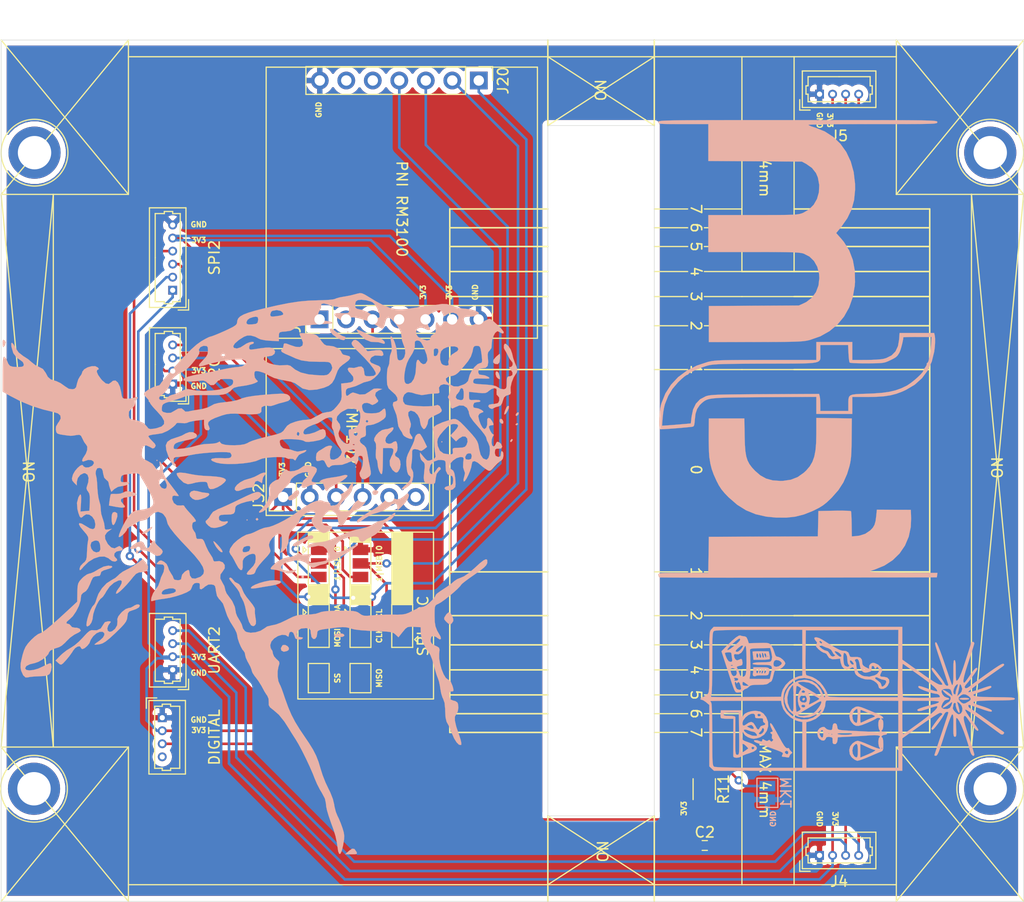
<source format=kicad_pcb>
(kicad_pcb (version 20171130) (host pcbnew "(5.1.2)-2")
  (layers (0 F.Cu signal) (31 B.Cu signal) (34 B.Paste user) (35 F.Paste user) (36 B.SilkS user) (37 F.SilkS user) (38 B.Mask user) (39 F.Mask user) (44 Edge.Cuts user))
  (net 0 "")
  (net 1 GND)
  (net 2 "Net-(C2-Pad2)")
  (net 3 3V3)
  (net 4 34)
  (net 5 27)
  (net 6 23)
  (net 7 22)
  (net 8 TX)
  (net 9 RX)
  (net 10 21)
  (net 11 19)
  (net 12 18)
  (net 13 2)
  (net 14 RM2MISO)
  (net 15 RM2MOSI)
  (net 16 RM2CLK)
  (net 17 RM2SS)
  (net 18 "Net-(J20-Pad6)")
  (net 19 "Net-(J20-Pad5)")
  (net 20 "Net-(J24-Pad4)")
  (net 21 RM2EN)
  (net 22 "Net-(J24-Pad2)")
  (net 23 "Net-(J24-Pad1)")
  (net 24 "Net-(J32-Pad6)")
  (net 25 "Net-(J32-Pad5)")
  (module L86:chuncho2 (layer B.Cu) (at 64.6 73.3 90)
    (fp_text reference G*** hide)
    (fp_text value LOGO hide)
  )
  (module L86:FCFM (layer B.Cu) (at 117 73 90)
    (fp_text reference G*** hide)
    (fp_text value LOGO hide)
  )
  (module Connectors:1pin (layer F.Cu) (at 42.21 105.11)
    (fp_text reference REF** hide)
    (fp_text value 1pin)
    (pad 1 thru_hole circle (at 0 0) (size 5 5) (drill 3.2) (layers *.Cu *.Mask))
  )
  (module Connectors:1pin (layer F.Cu) (at 42.26 44.11)
    (fp_text reference REF** hide)
    (fp_text value 1pin)
    (pad 1 thru_hole circle (at 0 0) (size 5 5) (drill 3.2) (layers *.Cu *.Mask))
  )
  (module Connectors:1pin (layer F.Cu) (at 133.86 105.11)
    (fp_text reference REF** hide)
    (fp_text value 1pin)
    (pad 1 thru_hole circle (at 0 0) (size 5 5) (drill 3.2) (layers *.Cu *.Mask))
  )
  (module Connectors:1pin (layer F.Cu) (at 133.86 44.11)
    (fp_text reference REF** hide)
    (fp_text value 1pin)
    (pad 1 thru_hole circle (at 0 0) (size 5 5) (drill 3.2) (layers *.Cu *.Mask))
  )
  (module Capacitors_SMD:C_0402 (layer F.Cu) (at 106.5 110.55)
    (fp_text reference C2 (at 0 -1.27) (layer F.SilkS))
    (fp_text value 1uF)
    (pad 2 smd rect (at 0.55 0) (size 0.6 0.5) (layers F.Cu F.Paste F.Mask) (net 2 "Net-(C2-Pad2)"))
    (pad 1 smd rect (at -0.55 0) (size 0.6 0.5) (layers F.Cu F.Paste F.Mask) (net 4 34))
  )
  (module Connectors_Molex:Molex_PicoBlade_53047-0410_04x1.25mm_Straight (layer F.Cu) (at 117.5 111.5)
    (fp_text reference J4 (at 1.875 2.5) (layer F.SilkS))
    (fp_text value Conn_01x04_Male)
    (pad 1 thru_hole rect (at 0 0) (size 0.85 0.85) (drill 0.5) (layers *.Cu *.Mask) (net 1 GND))
    (pad 2 thru_hole circle (at 1.25 0) (size 0.85 0.85) (drill 0.5) (layers *.Cu *.Mask) (net 3 3V3))
    (pad 3 thru_hole circle (at 2.5 0) (size 0.85 0.85) (drill 0.5) (layers *.Cu *.Mask) (net 9 RX))
    (pad 4 thru_hole circle (at 3.75 0) (size 0.85 0.85) (drill 0.5) (layers *.Cu *.Mask) (net 8 TX))
  )
  (module Connectors_Molex:Molex_PicoBlade_53047-0410_04x1.25mm_Straight (layer F.Cu) (at 117.5 38.5)
    (fp_text reference J5 (at 1.875 4) (layer F.SilkS))
    (fp_text value Conn_01x04_Male)
    (pad 1 thru_hole rect (at 0 0) (size 0.85 0.85) (drill 0.5) (layers *.Cu *.Mask) (net 1 GND))
    (pad 2 thru_hole circle (at 1.25 0) (size 0.85 0.85) (drill 0.5) (layers *.Cu *.Mask) (net 3 3V3))
    (pad 3 thru_hole circle (at 2.5 0) (size 0.85 0.85) (drill 0.5) (layers *.Cu *.Mask) (net 9 RX))
    (pad 4 thru_hole circle (at 3.75 0) (size 0.85 0.85) (drill 0.5) (layers *.Cu *.Mask) (net 8 TX))
  )
  (module Connectors_Molex:Molex_PicoBlade_53047-0410_04x1.25mm_Straight (layer F.Cu) (at 55.5 93.7 90)
    (fp_text reference UART2 (at 1.875 4 90) (layer F.SilkS))
    (fp_text value Conn_01x04_Male)
    (pad 4 thru_hole circle (at 3.75 0 90) (size 0.85 0.85) (drill 0.5) (layers *.Cu *.Mask) (net 8 TX))
    (pad 3 thru_hole circle (at 2.5 0 90) (size 0.85 0.85) (drill 0.5) (layers *.Cu *.Mask) (net 9 RX))
    (pad 2 thru_hole circle (at 1.25 0 90) (size 0.85 0.85) (drill 0.5) (layers *.Cu *.Mask) (net 3 3V3))
    (pad 1 thru_hole rect (at 0 0 90) (size 0.85 0.85) (drill 0.5) (layers *.Cu *.Mask) (net 1 GND))
  )
  (module Jumper:SolderJumper-2_P1.3mm_Open_Pad1.0x1.5mm (layer F.Cu) (at 73.5 94.5 270)
    (fp_text reference MISO (at 0 -1.8 90) (layer F.SilkS) (effects (font (size 0.5 0.5) (thickness 0.125))))
    (fp_text value Conn_01x02_Male)
    (pad 1 smd rect (at -0.65 0 270) (size 1 1.5) (layers F.Cu F.Mask) (net 14 RM2MISO))
    (pad 2 smd rect (at 0.65 0 270) (size 1 1.5) (layers F.Cu F.Mask) (net 11 19))
  )
  (module Jumper:SolderJumper-3_P1.3mm_Open_Pad1.0x1.5mm (layer F.Cu) (at 73.5 83.5 270)
    (fp_text reference 1|MSB|0 (at 0 -1.8 90) (layer F.SilkS) (effects (font (size 0.5 0.5) (thickness 0.125))))
    (fp_text value Conn_01x03_Male)
    (pad 3 smd rect (at 1.3 0 270) (size 1 1.5) (layers F.Cu F.Mask) (net 3 3V3))
    (pad 2 smd rect (at 0 0 270) (size 1 1.5) (layers F.Cu F.Mask) (net 14 RM2MISO))
    (pad 1 smd rect (at -1.3 0 270) (size 1 1.5) (layers F.Cu F.Mask) (net 1 GND))
  )
  (module Jumper:SolderJumper-3_P1.3mm_Open_Pad1.0x1.5mm (layer F.Cu) (at 69.5 89.5 270)
    (fp_text reference "MOSI| SDA" (at 0 -1.8 90) (layer F.SilkS) (effects (font (size 0.5 0.5) (thickness 0.125))))
    (fp_text value Conn_01x03_Male)
    (pad 1 smd rect (at -1.3 0 270) (size 1 1.5) (layers F.Cu F.Mask) (net 10 21))
    (pad 2 smd rect (at 0 0 270) (size 1 1.5) (layers F.Cu F.Mask) (net 15 RM2MOSI))
    (pad 3 smd rect (at 1.3 0 270) (size 1 1.5) (layers F.Cu F.Mask) (net 6 23))
  )
  (module Jumper:SolderJumper-3_P1.3mm_Open_Pad1.0x1.5mm (layer F.Cu) (at 73.5 89.5 270)
    (fp_text reference CLK|SCL (at 0 -1.8 90) (layer F.SilkS) (effects (font (size 0.5 0.5) (thickness 0.125))))
    (fp_text value Conn_01x03_Male)
    (pad 3 smd rect (at 1.3 0 270) (size 1 1.5) (layers F.Cu F.Mask) (net 12 18))
    (pad 2 smd rect (at 0 0 270) (size 1 1.5) (layers F.Cu F.Mask) (net 16 RM2CLK))
    (pad 1 smd rect (at -1.3 0 270) (size 1 1.5) (layers F.Cu F.Mask) (net 7 22))
  )
  (module Jumper:SolderJumper-2_P1.3mm_Open_Pad1.0x1.5mm (layer F.Cu) (at 69.5 94.5 270)
    (fp_text reference SS (at 0 -1.8 90) (layer F.SilkS) (effects (font (size 0.5 0.5) (thickness 0.125))))
    (fp_text value Conn_01x02_Male)
    (pad 1 smd rect (at -0.65 0 270) (size 1 1.5) (layers F.Cu F.Mask) (net 17 RM2SS))
    (pad 2 smd rect (at 0.65 0 270) (size 1 1.5) (layers F.Cu F.Mask) (net 13 2))
  )
  (module Pin_Headers:Pin_Header_Straight_1x07_Pitch2.54mm (layer F.Cu) (at 84.84 37.19 270)
    (fp_text reference J20 (at 0 -2.33 90) (layer F.SilkS))
    (fp_text value Conn_01x07_Female)
    (pad 7 thru_hole oval (at 0 15.24 270) (size 1.7 1.7) (drill 1) (layers *.Cu *.Mask) (net 1 GND))
    (pad 6 thru_hole oval (at 0 12.7 270) (size 1.7 1.7) (drill 1) (layers *.Cu *.Mask) (net 18 "Net-(J20-Pad6)"))
    (pad 5 thru_hole oval (at 0 10.16 270) (size 1.7 1.7) (drill 1) (layers *.Cu *.Mask) (net 19 "Net-(J20-Pad5)"))
    (pad 4 thru_hole oval (at 0 7.62 270) (size 1.7 1.7) (drill 1) (layers *.Cu *.Mask) (net 17 RM2SS))
    (pad 3 thru_hole oval (at 0 5.08 270) (size 1.7 1.7) (drill 1) (layers *.Cu *.Mask) (net 15 RM2MOSI))
    (pad 2 thru_hole oval (at 0 2.54 270) (size 1.7 1.7) (drill 1) (layers *.Cu *.Mask) (net 14 RM2MISO))
    (pad 1 thru_hole rect (at 0 0 270) (size 1.7 1.7) (drill 1) (layers *.Cu *.Mask) (net 16 RM2CLK))
  )
  (module Jumper:SolderJumper-3_P1.3mm_Open_Pad1.0x1.5mm (layer F.Cu) (at 69.5 83.5 270)
    (fp_text reference 1|LSB|0 (at 0 -1.8 90) (layer F.SilkS) (effects (font (size 0.5 0.5) (thickness 0.125))))
    (fp_text value Conn_01x03_Male)
    (pad 3 smd rect (at 1.3 0 270) (size 1 1.5) (layers F.Cu F.Mask) (net 3 3V3))
    (pad 2 smd rect (at 0 0 270) (size 1 1.5) (layers F.Cu F.Mask) (net 17 RM2SS))
    (pad 1 smd rect (at -1.3 0 270) (size 1 1.5) (layers F.Cu F.Mask) (net 1 GND))
  )
  (module Pin_Headers:Pin_Header_Straight_1x07_Pitch2.54mm (layer F.Cu) (at 69.58 60.1 90)
    (fp_text reference J24 (at 0 -2.33 90) (layer F.SilkS))
    (fp_text value Conn_01x07_Female)
    (pad 7 thru_hole oval (at 0 15.24 90) (size 1.7 1.7) (drill 1) (layers *.Cu *.Mask) (net 1 GND))
    (pad 6 thru_hole oval (at 0 12.7 90) (size 1.7 1.7) (drill 1) (layers *.Cu *.Mask) (net 3 3V3))
    (pad 5 thru_hole oval (at 0 10.16 90) (size 1.7 1.7) (drill 1) (layers *.Cu *.Mask) (net 3 3V3))
    (pad 4 thru_hole oval (at 0 7.62 90) (size 1.7 1.7) (drill 1) (layers *.Cu *.Mask) (net 20 "Net-(J24-Pad4)"))
    (pad 3 thru_hole oval (at 0 5.08 90) (size 1.7 1.7) (drill 1) (layers *.Cu *.Mask) (net 21 RM2EN))
    (pad 2 thru_hole oval (at 0 2.54 90) (size 1.7 1.7) (drill 1) (layers *.Cu *.Mask) (net 22 "Net-(J24-Pad2)"))
    (pad 1 thru_hole rect (at 0 0 90) (size 1.7 1.7) (drill 1) (layers *.Cu *.Mask) (net 23 "Net-(J24-Pad1)"))
  )
  (module Jumper:SolderJumper-3_P1.3mm_Open_Pad1.0x1.5mm (layer F.Cu) (at 77.5 89.5 90)
    (fp_text reference SPI|I2C (at 0 2 90) (layer F.SilkS))
    (fp_text value Conn_01x03_Male)
    (pad 1 smd rect (at -1.3 0 90) (size 1 1.5) (layers F.Cu F.Mask) (net 1 GND))
    (pad 2 smd rect (at 0 0 90) (size 1 1.5) (layers F.Cu F.Mask) (net 21 RM2EN))
    (pad 3 smd rect (at 1.3 0 90) (size 1 1.5) (layers F.Cu F.Mask) (net 3 3V3))
  )
  (module Connectors_Molex:Molex_PicoBlade_53047-0610_06x1.25mm_Straight (layer F.Cu) (at 55.5 57.3 90)
    (fp_text reference SPI2 (at 3.125 4 90) (layer F.SilkS))
    (fp_text value Conn_01x06_Male)
    (pad 1 thru_hole rect (at 0 0 90) (size 0.85 0.85) (drill 0.5) (layers *.Cu *.Mask) (net 12 18))
    (pad 2 thru_hole circle (at 1.25 0 90) (size 0.85 0.85) (drill 0.5) (layers *.Cu *.Mask) (net 11 19))
    (pad 3 thru_hole circle (at 2.5 0 90) (size 0.85 0.85) (drill 0.5) (layers *.Cu *.Mask) (net 6 23))
    (pad 4 thru_hole circle (at 3.75 0 90) (size 0.85 0.85) (drill 0.5) (layers *.Cu *.Mask) (net 13 2))
    (pad 5 thru_hole circle (at 5 0 90) (size 0.85 0.85) (drill 0.5) (layers *.Cu *.Mask) (net 3 3V3))
    (pad 6 thru_hole circle (at 6.25 0 90) (size 0.85 0.85) (drill 0.5) (layers *.Cu *.Mask) (net 1 GND))
  )
  (module Pin_Headers:Pin_Header_Straight_1x06_Pitch2.54mm (layer F.Cu) (at 66.09 77.13 90)
    (fp_text reference J32 (at 0 -2.33 90) (layer F.SilkS))
    (fp_text value Conn_01x06_Female)
    (pad 6 thru_hole oval (at 0 12.7 90) (size 1.7 1.7) (drill 1) (layers *.Cu *.Mask) (net 24 "Net-(J32-Pad6)"))
    (pad 5 thru_hole oval (at 0 10.16 90) (size 1.7 1.7) (drill 1) (layers *.Cu *.Mask) (net 25 "Net-(J32-Pad5)"))
    (pad 4 thru_hole oval (at 0 7.62 90) (size 1.7 1.7) (drill 1) (layers *.Cu *.Mask) (net 7 22))
    (pad 3 thru_hole oval (at 0 5.08 90) (size 1.7 1.7) (drill 1) (layers *.Cu *.Mask) (net 10 21))
    (pad 2 thru_hole oval (at 0 2.54 90) (size 1.7 1.7) (drill 1) (layers *.Cu *.Mask) (net 1 GND))
    (pad 1 thru_hole rect (at 0 0 90) (size 1.7 1.7) (drill 1) (layers *.Cu *.Mask) (net 3 3V3))
  )
  (module Connectors_Molex:Molex_PicoBlade_53047-0410_04x1.25mm_Straight (layer F.Cu) (at 55.5 66.3 90)
    (fp_text reference I2C1 (at 1.875 4 90) (layer F.SilkS))
    (fp_text value Conn_01x04_Male)
    (pad 4 thru_hole circle (at 3.75 0 90) (size 0.85 0.85) (drill 0.5) (layers *.Cu *.Mask) (net 10 21))
    (pad 3 thru_hole circle (at 2.5 0 90) (size 0.85 0.85) (drill 0.5) (layers *.Cu *.Mask) (net 7 22))
    (pad 2 thru_hole circle (at 1.25 0 90) (size 0.85 0.85) (drill 0.5) (layers *.Cu *.Mask) (net 3 3V3))
    (pad 1 thru_hole rect (at 0 0 90) (size 0.85 0.85) (drill 0.5) (layers *.Cu *.Mask) (net 1 GND))
  )
  (module Jumper:SolderJumper-2_P1.3mm_Open_Pad1.0x1.5mm (layer B.Cu) (at 112.5 105.5 90)
    (fp_text reference MK1 (at 0 1.8 -90) (layer B.SilkS) (effects (justify mirror)))
    (fp_text value Microphone_Condenser)
    (pad 2 smd rect (at 0.65 0 90) (size 1 1.5) (layers B.Cu B.Mask) (net 2 "Net-(C2-Pad2)"))
    (pad 1 smd rect (at -0.65 0 90) (size 1 1.5) (layers B.Cu B.Mask) (net 1 GND))
  )
  (module Resistors_SMD:R_1206_HandSoldering (layer F.Cu) (at 106.45 105.15 270)
    (fp_text reference R11 (at 0 -1.85 90) (layer F.SilkS))
    (fp_text value 2K2R)
    (pad 2 smd rect (at 2 0 270) (size 2 1.7) (layers F.Cu F.Paste F.Mask) (net 3 3V3))
    (pad 1 smd rect (at -2 0 270) (size 2 1.7) (layers F.Cu F.Paste F.Mask) (net 2 "Net-(C2-Pad2)"))
  )
  (module Connectors_Molex:Molex_PicoBlade_53047-0410_04x1.25mm_Straight (layer F.Cu) (at 54.5 98.3 270)
    (fp_text reference DIGITAL (at 1.875 -5 90) (layer F.SilkS))
    (fp_text value Conn_01x04_Male)
    (pad 1 thru_hole rect (at 0 0 270) (size 0.85 0.85) (drill 0.5) (layers *.Cu *.Mask) (net 1 GND))
    (pad 2 thru_hole circle (at 1.25 0 270) (size 0.85 0.85) (drill 0.5) (layers *.Cu *.Mask) (net 3 3V3))
    (pad 3 thru_hole circle (at 2.5 0 270) (size 0.85 0.85) (drill 0.5) (layers *.Cu *.Mask) (net 4 34))
    (pad 4 thru_hole circle (at 3.75 0 270) (size 0.85 0.85) (drill 0.5) (layers *.Cu *.Mask) (net 5 27))
  )
  (gr_text 3V3 (at 118.5 41 270) (layer F.SilkS) (effects (font (size 0.5 0.5) (thickness 0.125))))
  (gr_text 3V3 (at 119 108 270) (layer F.SilkS) (effects (font (size 0.5 0.5) (thickness 0.125))))
  (gr_text 3V3 (at 104.5 107 90) (layer F.SilkS) (effects (font (size 0.5 0.5) (thickness 0.125))))
  (gr_text 3V3 (at 66 74.5 90) (layer F.SilkS) (effects (font (size 0.5 0.5) (thickness 0.125))))
  (gr_text 3V3 (at 79.5 57.5 90) (layer F.SilkS) (effects (font (size 0.5 0.5) (thickness 0.125))))
  (gr_text 3V3 (at 82 57.5 90) (layer F.SilkS) (effects (font (size 0.5 0.5) (thickness 0.125))))
  (gr_text 3V3 (at 58 52.5) (layer F.SilkS) (effects (font (size 0.5 0.5) (thickness 0.125))))
  (gr_text 3V3 (at 58 65) (layer F.SilkS) (effects (font (size 0.5 0.5) (thickness 0.125))))
  (gr_text 3V3 (at 58 92.5) (layer F.SilkS) (effects (font (size 0.5 0.5) (thickness 0.125))))
  (gr_text 3V3 (at 58 99.5) (layer F.SilkS) (effects (font (size 0.5 0.5) (thickness 0.125))))
  (gr_text GND (at 113 108 270) (layer B.SilkS) (effects (font (size 0.5 0.5) (thickness 0.125)) (justify mirror)))
  (gr_text GND (at 68.5 74.5 90) (layer F.SilkS) (effects (font (size 0.5 0.5) (thickness 0.125))))
  (gr_text GND (at 117.5 108 270) (layer F.SilkS) (effects (font (size 0.5 0.5) (thickness 0.125))))
  (gr_text GND (at 117.5 41 270) (layer F.SilkS) (effects (font (size 0.5 0.5) (thickness 0.125))))
  (gr_text GND (at 84.5 57.5 90) (layer F.SilkS) (effects (font (size 0.5 0.5) (thickness 0.125))))
  (gr_text GND (at 69.5 40 90) (layer F.SilkS) (effects (font (size 0.5 0.5) (thickness 0.125))))
  (gr_text GND (at 58 51) (layer F.SilkS) (effects (font (size 0.5 0.5) (thickness 0.125))))
  (gr_text GND (at 58 66.5) (layer F.SilkS) (effects (font (size 0.5 0.5) (thickness 0.125))))
  (gr_text GND (at 58 94) (layer F.SilkS) (effects (font (size 0.5 0.5) (thickness 0.125))))
  (gr_text GND (at 58 98.5) (layer F.SilkS) (effects (font (size 0.5 0.5) (thickness 0.125))))
  (gr_poly (pts (xy 76.5 87.45) (xy 78.5 87.45) (xy 78.5 80.5) (xy 76.5 80.5)) (layer F.SilkS) (width 0.1))
  (gr_poly (pts (xy 72.5 81.45) (xy 72.5 80.5) (xy 74.5 80.5) (xy 74.5 81.5)) (layer F.SilkS) (width 0.1))
  (gr_poly (pts (xy 70.5 81.45) (xy 70.5 80.5) (xy 68.5 80.5) (xy 68.5 81.45)) (layer F.SilkS) (width 0.1))
  (gr_poly (pts (xy 70.5 85.5) (xy 70.5 87.45) (xy 68.5 87.45) (xy 68.5 85.55)) (layer F.SilkS) (width 0.1))
  (gr_poly (pts (xy 74.5 85.55) (xy 74.5 87.45) (xy 72.5 87.45) (xy 72.5 85.5) (xy 72.5 85.55)) (layer F.SilkS) (width 0.1))
  (gr_line (start 68.5 89.5) (end 67.5 89.5) (layer F.SilkS) (width 0.12))
  (gr_line (start 72.5 89.5) (end 70.5 89.5) (layer F.SilkS) (width 0.12))
  (gr_line (start 76.5 89.5) (end 74.5 89.5) (layer F.SilkS) (width 0.12))
  (gr_line (start 80.5 89.5) (end 78.5 89.5) (layer F.SilkS) (width 0.12))
  (gr_line (start 80.5 80.5) (end 80.5 89.5) (layer F.SilkS) (width 0.12))
  (gr_line (start 67.5 80.5) (end 80.5 80.5) (layer F.SilkS) (width 0.12))
  (gr_line (start 67.5 96.5) (end 67.5 80.5) (layer F.SilkS) (width 0.12))
  (gr_line (start 80.5 96.5) (end 67.5 96.5) (layer F.SilkS) (width 0.12))
  (gr_line (start 80.5 89.5) (end 80.5 96.5) (layer F.SilkS) (width 0.12))
  (gr_text "TMP102\n" (at 72.66 71.1 270) (layer F.SilkS) (effects (font (size 1 1))))
  (gr_line (start 80.46 78.9) (end 64.46 78.9) (layer F.SilkS) (width 0.12))
  (gr_line (start 64.46 62.9) (end 64.46 78.9) (layer F.SilkS) (width 0.12))
  (gr_line (start 80.46 62.9) (end 80.46 78.9) (layer F.SilkS) (width 0.12))
  (gr_line (start 80.46 62.9) (end 64.46 62.9) (layer F.SilkS) (width 0.12))
  (gr_line (start 64.46 35.91) (end 64.46 61.91) (layer F.SilkS) (width 0.12))
  (gr_line (start 90.46 35.91) (end 64.46 35.91) (layer F.SilkS) (width 0.12))
  (gr_line (start 90.46 61.91) (end 64.46 61.91) (layer F.SilkS) (width 0.12))
  (gr_line (start 90.46 60.91) (end 90.46 61.91) (layer F.SilkS) (width 0.12))
  (gr_line (start 90.46 35.91) (end 90.46 60.91) (layer F.SilkS) (width 0.12))
  (gr_text "PNI RM3100\n" (at 77.46 49.51 270) (layer F.SilkS) (effects (font (size 1 1))))
  (gr_line (start 51.26 34.91) (end 124.86 34.91) (layer F.SilkS) (width 0.12))
  (gr_line (start 51.26 114.31) (end 124.86 114.31) (layer F.SilkS) (width 0.12))
  (gr_line (start 132.06 48.1) (end 132.06 101.11) (layer F.SilkS) (width 0.12))
  (gr_line (start 137.06 101.11) (end 132.06 48.1) (layer F.SilkS) (width 0.12))
  (gr_line (start 137.06 48.11) (end 132.06 101.11) (layer F.SilkS) (width 0.12))
  (gr_line (start 44.06 101.11) (end 44.06 48.11) (layer F.SilkS) (width 0.12))
  (gr_line (start 39.06 48.11) (end 44.06 101.11) (layer F.SilkS) (width 0.12))
  (gr_line (start 39.06 101.11) (end 44.06 48.11) (layer F.SilkS) (width 0.12))
  (gr_line (start 137.06 48.11) (end 124.86 33.31) (layer F.SilkS) (width 0.12))
  (gr_line (start 137.06 33.31) (end 124.86 48.11) (layer F.SilkS) (width 0.12))
  (gr_line (start 137.06 101.11) (end 124.86 115.9) (layer F.SilkS) (width 0.12))
  (gr_line (start 137.06 115.91) (end 124.86 101.11) (layer F.SilkS) (width 0.12))
  (gr_line (start 51.26 115.91) (end 39.06 101.11) (layer F.SilkS) (width 0.12))
  (gr_line (start 39.06 115.91) (end 51.26 101.11) (layer F.SilkS) (width 0.12))
  (gr_line (start 39.06 48.11) (end 51.26 33.31) (layer F.SilkS) (width 0.12))
  (gr_line (start 51.26 48.11) (end 39.06 33.31) (layer F.SilkS) (width 0.12))
  (gr_line (start 51.26 101.11) (end 39.06 101.11) (layer F.SilkS) (width 0.12))
  (gr_line (start 51.26 115.91) (end 51.26 101.11) (layer F.SilkS) (width 0.12))
  (gr_line (start 124.86 101.11) (end 137.06 101.11) (layer F.SilkS) (width 0.12))
  (gr_line (start 124.86 115.9) (end 124.86 101.11) (layer F.SilkS) (width 0.12))
  (gr_line (start 124.86 48.11) (end 137.06 48.11) (layer F.SilkS) (width 0.12))
  (gr_line (start 124.86 33.31) (end 124.86 48.11) (layer F.SilkS) (width 0.12))
  (gr_line (start 51.26 48.11) (end 39.06 48.11) (layer F.SilkS) (width 0.12))
  (gr_line (start 51.26 33.31) (end 51.26 48.11) (layer F.SilkS) (width 0.12))
  (gr_line (start 137.06 115.91) (end 39.06 115.91) (layer Edge.Cuts) (width 0.05))
  (gr_line (start 82.06 84.31) (end 91.46 84.31) (layer F.SilkS) (width 0.15))
  (gr_line (start 115.06 84.31) (end 128.06 84.31) (layer F.SilkS) (width 0.15))
  (gr_line (start 82.06 99.71) (end 91.46 99.71) (layer F.SilkS) (width 0.15))
  (gr_line (start 115.06 49.51) (end 128.06 49.51) (layer F.SilkS) (width 0.15))
  (gr_line (start 137.06 33.31) (end 137.06 115.91) (layer Edge.Cuts) (width 0.05))
  (gr_line (start 82.06 64.91) (end 91.46 64.91) (layer F.SilkS) (width 0.15))
  (gr_line (start 115.06 99.71) (end 128.06 99.71) (layer F.SilkS) (width 0.15))
  (gr_line (start 82.06 49.51) (end 91.46 49.51) (layer F.SilkS) (width 0.15))
  (gr_line (start 137.06 33.31) (end 39.06 33.31) (layer Edge.Cuts) (width 0.05))
  (gr_line (start 101.66 107.71) (end 101.66 115.91) (layer F.SilkS) (width 0.15))
  (gr_line (start 91.46 41.51) (end 91.46 33.31) (layer F.SilkS) (width 0.15))
  (gr_line (start 115.06 64.91) (end 128.06 64.91) (layer F.SilkS) (width 0.15))
  (gr_line (start 39.06 115.91) (end 39.06 33.31) (layer Edge.Cuts) (width 0.05))
  (gr_line (start 101.66 41.51) (end 101.66 33.31) (layer F.SilkS) (width 0.15))
  (gr_line (start 91.46 107.71) (end 91.46 115.91) (layer F.SilkS) (width 0.15))
  (gr_line (start 101.66 99.71) (end 104.86 99.71) (layer F.SilkS) (width 0.12))
  (gr_line (start 110.06 88.51) (end 115.06 88.51) (layer F.SilkS) (width 0.12))
  (gr_line (start 115.06 55.51) (end 115.06 34.91) (layer F.SilkS) (width 0.12))
  (gr_line (start 110.06 55.51) (end 110.06 34.91) (layer F.SilkS) (width 0.12))
  (gr_line (start 110.06 93.71) (end 110.06 114.31) (layer F.SilkS) (width 0.12))
  (gr_line (start 101.66 41.51) (end 91.46 34.91) (layer F.SilkS) (width 0.12))
  (gr_line (start 91.46 41.51) (end 101.66 34.91) (layer F.SilkS) (width 0.12))
  (gr_line (start 91.46 107.71) (end 101.66 114.31) (layer F.SilkS) (width 0.12))
  (gr_line (start 101.66 107.71) (end 91.46 114.31) (layer F.SilkS) (width 0.12))
  (gr_line (start 115.06 93.71) (end 115.06 114.31) (layer F.SilkS) (width 0.12))
  (gr_line (start 110.06 64.91) (end 115.06 64.91) (layer F.SilkS) (width 0.12))
  (gr_line (start 110.06 60.71) (end 115.06 60.71) (layer F.SilkS) (width 0.12))
  (gr_line (start 110.06 57.91) (end 115.06 57.91) (layer F.SilkS) (width 0.12))
  (gr_line (start 110.06 84.31) (end 115.06 84.31) (layer F.SilkS) (width 0.12))
  (gr_line (start 110.06 93.71) (end 106.46 93.71) (layer F.SilkS) (width 0.12))
  (gr_line (start 110.06 99.71) (end 106.46 99.71) (layer F.SilkS) (width 0.12))
  (gr_line (start 110.06 97.91) (end 106.46 97.91) (layer F.SilkS) (width 0.12))
  (gr_line (start 110.06 96.11) (end 106.46 96.11) (layer F.SilkS) (width 0.12))
  (gr_line (start 101.66 96.11) (end 104.86 96.11) (layer F.SilkS) (width 0.12))
  (gr_line (start 110.06 91.31) (end 115.06 91.31) (layer F.SilkS) (width 0.12))
  (gr_line (start 101.66 97.91) (end 104.86 97.91) (layer F.SilkS) (width 0.12))
  (gr_text "MAX 4mm\n" (at 112.26 104.31 270) (layer F.SilkS) (effects (font (size 1 1))))
  (gr_text 2 (at 105.66 60.71 270) (layer F.SilkS) (effects (font (size 1 1))))
  (gr_text 2 (at 105.66 88.51 270) (layer F.SilkS) (effects (font (size 1 1))))
  (gr_text 0 (at 105.66 74.51 270) (layer F.SilkS) (effects (font (size 1 1))))
  (gr_text NO (at 41.66 74.71 270) (layer F.SilkS) (effects (font (size 1 1))))
  (gr_text 6 (at 105.66 51.31 270) (layer F.SilkS) (effects (font (size 1 1))))
  (gr_text 1 (at 105.66 64.91 270) (layer F.SilkS) (effects (font (size 1 1))))
  (gr_text 5 (at 105.66 96.11 270) (layer F.SilkS) (effects (font (size 1 1))))
  (gr_text "MAX 4mm\n" (at 112.26 44.71 270) (layer F.SilkS) (effects (font (size 1 1))))
  (gr_text 7 (at 105.66 99.71 270) (layer F.SilkS) (effects (font (size 1 1))))
  (gr_text 1 (at 105.66 84.31 270) (layer F.SilkS) (effects (font (size 1 1))))
  (gr_text NO (at 96.66 111.11 270) (layer F.SilkS) (effects (font (size 1 1))))
  (gr_text NO (at 96.46 38.11 270) (layer F.SilkS) (effects (font (size 1 1))))
  (gr_text 4 (at 105.66 93.71 270) (layer F.SilkS) (effects (font (size 1 1))))
  (gr_text 6 (at 105.66 97.91 270) (layer F.SilkS) (effects (font (size 1 1))))
  (gr_text 4 (at 105.66 55.51 270) (layer F.SilkS) (effects (font (size 1 1))))
  (gr_text 7 (at 105.66 49.51 270) (layer F.SilkS) (effects (font (size 1 1))))
  (gr_text 3 (at 105.66 57.91 270) (layer F.SilkS) (effects (font (size 1 1))))
  (gr_text NO (at 134.46 74.31 270) (layer F.SilkS) (effects (font (size 1 1))))
  (gr_text 5 (at 105.66 53.11 270) (layer F.SilkS) (effects (font (size 1 1))))
  (gr_text 3 (at 105.66 91.31 270) (layer F.SilkS) (effects (font (size 1 1))))
  (gr_line (start 101.66 41.51) (end 101.66 107.71) (layer Edge.Cuts) (width 0.05))
  (gr_line (start 91.46 41.51) (end 101.66 41.51) (layer Edge.Cuts) (width 0.05))
  (gr_line (start 91.46 107.71) (end 91.46 41.51) (layer Edge.Cuts) (width 0.05))
  (gr_line (start 101.66 107.71) (end 91.46 107.71) (layer Edge.Cuts) (width 0.05))
  (gr_line (start 82.06 97.91) (end 91.46 97.91) (layer F.SilkS) (width 0.15))
  (gr_line (start 110.06 49.51) (end 106.46 49.51) (layer F.SilkS) (width 0.12))
  (gr_line (start 101.66 93.71) (end 104.86 93.71) (layer F.SilkS) (width 0.12))
  (gr_line (start 101.66 64.91) (end 104.86 64.91) (layer F.SilkS) (width 0.12))
  (gr_line (start 101.66 51.31) (end 104.86 51.31) (layer F.SilkS) (width 0.12))
  (gr_line (start 106.46 53.11) (end 110.06 53.11) (layer F.SilkS) (width 0.12))
  (gr_line (start 110.06 60.71) (end 106.46 60.71) (layer F.SilkS) (width 0.12))
  (gr_line (start 104.86 57.91) (end 101.66 57.91) (layer F.SilkS) (width 0.12))
  (gr_line (start 110.06 84.31) (end 106.46 84.31) (layer F.SilkS) (width 0.12))
  (gr_line (start 106.46 55.51) (end 110.06 55.51) (layer F.SilkS) (width 0.12))
  (gr_line (start 115.06 93.71) (end 128.06 93.71) (layer F.SilkS) (width 0.15))
  (gr_line (start 82.06 91.31) (end 91.46 91.31) (layer F.SilkS) (width 0.15))
  (gr_line (start 115.06 55.51) (end 128.06 55.51) (layer F.SilkS) (width 0.15))
  (gr_line (start 115.06 53.11) (end 128.06 53.11) (layer F.SilkS) (width 0.15))
  (gr_line (start 115.06 93.71) (end 110.06 93.71) (layer F.SilkS) (width 0.15))
  (gr_line (start 82.06 99.71) (end 82.06 49.51) (layer F.SilkS) (width 0.15))
  (gr_line (start 110.06 57.91) (end 106.46 57.91) (layer F.SilkS) (width 0.12))
  (gr_line (start 101.66 49.51) (end 104.86 49.51) (layer F.SilkS) (width 0.12))
  (gr_line (start 106.46 51.31) (end 110.06 51.31) (layer F.SilkS) (width 0.12))
  (gr_line (start 104.86 55.51) (end 101.66 55.51) (layer F.SilkS) (width 0.12))
  (gr_line (start 110.06 64.91) (end 106.46 64.91) (layer F.SilkS) (width 0.12))
  (gr_line (start 110.06 91.31) (end 106.46 91.31) (layer F.SilkS) (width 0.12))
  (gr_line (start 104.86 53.11) (end 101.66 53.11) (layer F.SilkS) (width 0.12))
  (gr_line (start 110.06 88.51) (end 106.46 88.51) (layer F.SilkS) (width 0.12))
  (gr_line (start 101.66 60.71) (end 104.86 60.71) (layer F.SilkS) (width 0.12))
  (gr_line (start 101.66 91.31) (end 104.86 91.31) (layer F.SilkS) (width 0.12))
  (gr_line (start 101.66 84.31) (end 104.86 84.31) (layer F.SilkS) (width 0.12))
  (gr_line (start 115.06 91.31) (end 128.06 91.31) (layer F.SilkS) (width 0.15))
  (gr_line (start 82.06 60.71) (end 91.46 60.71) (layer F.SilkS) (width 0.15))
  (gr_line (start 82.06 57.91) (end 91.46 57.91) (layer F.SilkS) (width 0.15))
  (gr_line (start 82.06 55.51) (end 91.46 55.51) (layer F.SilkS) (width 0.15))
  (gr_line (start 115.06 97.91) (end 128.06 97.91) (layer F.SilkS) (width 0.15))
  (gr_line (start 101.66 88.51) (end 104.86 88.51) (layer F.SilkS) (width 0.12))
  (gr_line (start 82.06 88.51) (end 91.46 88.51) (layer F.SilkS) (width 0.15))
  (gr_line (start 115.06 88.51) (end 128.06 88.51) (layer F.SilkS) (width 0.15))
  (gr_line (start 115.06 60.71) (end 128.06 60.71) (layer F.SilkS) (width 0.15))
  (gr_line (start 115.06 57.91) (end 128.06 57.91) (layer F.SilkS) (width 0.15))
  (gr_line (start 82.06 93.71) (end 91.46 93.71) (layer F.SilkS) (width 0.15))
  (gr_line (start 115.06 55.51) (end 110.06 55.51) (layer F.SilkS) (width 0.15))
  (gr_line (start 115.06 96.11) (end 128.06 96.11) (layer F.SilkS) (width 0.15))
  (gr_line (start 115.06 51.31) (end 128.06 51.31) (layer F.SilkS) (width 0.15))
  (gr_line (start 91.46 96.11) (end 82.06 96.11) (layer F.SilkS) (width 0.15))
  (gr_line (start 82.06 53.11) (end 91.46 53.11) (layer F.SilkS) (width 0.15))
  (gr_line (start 82.06 51.31) (end 91.46 51.31) (layer F.SilkS) (width 0.15))
  (gr_line (start 128.06 49.51) (end 128.06 99.71) (layer F.SilkS) (width 0.15))
  (via (at 109.75 104.3) (size 0.8) (drill 0.4) (layers F.Cu B.Cu) (net 2))
  (segment (start 106.45 103.15) (end 108.6 103.15) (width 0.25) (layer F.Cu) (net 2))
  (segment (start 108.6 103.15) (end 109.75 104.3) (width 0.25) (layer F.Cu) (net 2))
  (segment (start 110.3 104.85) (end 112.5 104.85) (width 0.25) (layer B.Cu) (net 2))
  (segment (start 109.75 104.3) (end 110.3 104.85) (width 0.25) (layer B.Cu) (net 2))
  (segment (start 106.45 103.9) (end 106.45 103.15) (width 0.25) (layer F.Cu) (net 2))
  (segment (start 108.85 106.3) (end 106.45 103.9) (width 0.25) (layer F.Cu) (net 2))
  (segment (start 108.85 109.3) (end 108.85 106.3) (width 0.25) (layer F.Cu) (net 2))
  (segment (start 107.05 110.55) (end 107.6 110.55) (width 0.25) (layer F.Cu) (net 2))
  (segment (start 107.6 110.55) (end 108.85 109.3) (width 0.25) (layer F.Cu) (net 2))
  (segment (start 118.75 38.5) (end 118.75 111.5) (width 0.25) (layer F.Cu) (net 3))
  (segment (start 55.5 92.45) (end 57.05 92.45) (width 0.25) (layer B.Cu) (net 3))
  (segment (start 57.05 92.45) (end 60.9 96.3) (width 0.25) (layer B.Cu) (net 3))
  (segment (start 60.9 96.3) (end 60.9 102.7) (width 0.25) (layer B.Cu) (net 3))
  (segment (start 60.9 102.7) (end 72 113.8) (width 0.25) (layer B.Cu) (net 3))
  (segment (start 72 113.8) (end 117.5 113.8) (width 0.25) (layer B.Cu) (net 3))
  (segment (start 118.75 112.55) (end 118.75 111.5) (width 0.25) (layer B.Cu) (net 3))
  (segment (start 117.5 113.8) (end 118.75 112.55) (width 0.25) (layer B.Cu) (net 3))
  (segment (start 104.43999 108.06001) (end 74.16001 108.06001) (width 0.25) (layer F.Cu) (net 3))
  (segment (start 106.45 107.15) (end 105.35 107.15) (width 0.25) (layer F.Cu) (net 3))
  (segment (start 105.35 107.15) (end 104.43999 108.06001) (width 0.25) (layer F.Cu) (net 3))
  (segment (start 65.65 99.55) (end 61.35 99.55) (width 0.25) (layer F.Cu) (net 3))
  (segment (start 74.16001 108.06001) (end 65.65 99.55) (width 0.25) (layer F.Cu) (net 3))
  (segment (start 54.5 99.55) (end 61.35 99.55) (width 0.25) (layer F.Cu) (net 3))
  (segment (start 61.35 99.55) (end 62.1 99.55) (width 0.25) (layer F.Cu) (net 3))
  (segment (start 72.5 84.8) (end 73.5 84.8) (width 0.25) (layer F.Cu) (net 3))
  (segment (start 66.09 78.23) (end 66.09 77.13) (width 0.25) (layer F.Cu) (net 3))
  (segment (start 66.09 77.69) (end 66.09 78.23) (width 0.25) (layer F.Cu) (net 3))
  (segment (start 67.6 79.2) (end 66.09 77.69) (width 0.25) (layer F.Cu) (net 3))
  (segment (start 75.3 79.2) (end 67.6 79.2) (width 0.25) (layer F.Cu) (net 3))
  (segment (start 77.5 88.2) (end 77.5 81.4) (width 0.25) (layer F.Cu) (net 3))
  (segment (start 77.5 81.4) (end 75.3 79.2) (width 0.25) (layer F.Cu) (net 3))
  (segment (start 79.74 57.74) (end 79.74 60.1) (width 0.25) (layer B.Cu) (net 3))
  (segment (start 74.5 52.5) (end 79.74 57.74) (width 0.25) (layer B.Cu) (net 3))
  (segment (start 55.5 52.3) (end 55.7 52.5) (width 0.25) (layer B.Cu) (net 3))
  (segment (start 55.7 52.5) (end 74.5 52.5) (width 0.25) (layer B.Cu) (net 3))
  (segment (start 82.28 58.08) (end 82.28 60.1) (width 0.25) (layer B.Cu) (net 3))
  (segment (start 76.3 52.1) (end 82.28 58.08) (width 0.25) (layer B.Cu) (net 3))
  (segment (start 55.5 52.3) (end 55.7 52.1) (width 0.25) (layer B.Cu) (net 3))
  (segment (start 55.7 52.1) (end 76.3 52.1) (width 0.25) (layer B.Cu) (net 3))
  (segment (start 71.8 84.1) (end 72.5 84.8) (width 0.25) (layer F.Cu) (net 3))
  (segment (start 71.8 81.4) (end 71.8 84.1) (width 0.25) (layer F.Cu) (net 3))
  (segment (start 70.2 79.8) (end 71.8 81.4) (width 0.25) (layer F.Cu) (net 3))
  (segment (start 67.2 79.8) (end 70.2 79.8) (width 0.25) (layer F.Cu) (net 3))
  (segment (start 66.09 78.23) (end 66.09 78.69) (width 0.25) (layer F.Cu) (net 3))
  (segment (start 66.09 78.69) (end 67.2 79.8) (width 0.25) (layer F.Cu) (net 3))
  (segment (start 66.09 77.13) (end 66.09 77.31) (width 0.25) (layer F.Cu) (net 3))
  (segment (start 66.09 77.31) (end 65 78.4) (width 0.25) (layer F.Cu) (net 3))
  (segment (start 65 78.4) (end 65 82.3) (width 0.25) (layer F.Cu) (net 3))
  (segment (start 67.5 84.8) (end 69.5 84.8) (width 0.25) (layer F.Cu) (net 3))
  (segment (start 65 82.3) (end 67.5 84.8) (width 0.25) (layer F.Cu) (net 3))
  (segment (start 54 99.55) (end 54.5 99.55) (width 0.25) (layer B.Cu) (net 3))
  (segment (start 53 98.55) (end 54 99.55) (width 0.25) (layer B.Cu) (net 3))
  (segment (start 53 93.6) (end 53 98.55) (width 0.25) (layer B.Cu) (net 3))
  (segment (start 54 92.6) (end 53 93.6) (width 0.25) (layer B.Cu) (net 3))
  (segment (start 55.5 92.45) (end 55.35 92.6) (width 0.25) (layer B.Cu) (net 3))
  (segment (start 55.35 92.6) (end 54 92.6) (width 0.25) (layer B.Cu) (net 3))
  (segment (start 66.09 72.59) (end 66.09 77.13) (width 0.25) (layer B.Cu) (net 3))
  (segment (start 58.4 64.9) (end 66.09 72.59) (width 0.25) (layer B.Cu) (net 3))
  (segment (start 55.5 65.05) (end 55.65 64.9) (width 0.25) (layer B.Cu) (net 3))
  (segment (start 55.65 64.9) (end 58.4 64.9) (width 0.25) (layer B.Cu) (net 3))
  (segment (start 56.3 52.3) (end 55.5 52.3) (width 0.25) (layer F.Cu) (net 3))
  (segment (start 54.75 65.05) (end 53.8 64.1) (width 0.25) (layer F.Cu) (net 3))
  (segment (start 53.8 64.1) (end 53.8 62.3) (width 0.25) (layer F.Cu) (net 3))
  (segment (start 53.8 62.3) (end 58 58.1) (width 0.25) (layer F.Cu) (net 3))
  (segment (start 55.5 65.05) (end 54.75 65.05) (width 0.25) (layer F.Cu) (net 3))
  (segment (start 58 58.1) (end 58 54) (width 0.25) (layer F.Cu) (net 3))
  (segment (start 58 54) (end 56.3 52.3) (width 0.25) (layer F.Cu) (net 3))
  (segment (start 54.89896 92.45) (end 55.5 92.45) (width 0.25) (layer B.Cu) (net 3))
  (segment (start 54.5 92.45) (end 54.89896 92.45) (width 0.25) (layer B.Cu) (net 3))
  (segment (start 56.10104 65.05) (end 58.2 67.14896) (width 0.25) (layer B.Cu) (net 3))
  (segment (start 55.5 65.05) (end 56.10104 65.05) (width 0.25) (layer B.Cu) (net 3))
  (segment (start 58.2 67.14896) (end 58.2 71.1) (width 0.25) (layer B.Cu) (net 3))
  (segment (start 58.2 71.1) (end 53.2 76.1) (width 0.25) (layer B.Cu) (net 3))
  (segment (start 53.2 76.1) (end 53.2 91.15) (width 0.25) (layer B.Cu) (net 3))
  (segment (start 53.2 91.15) (end 54.5 92.45) (width 0.25) (layer B.Cu) (net 3))
  (segment (start 103.75 110.55) (end 105.95 110.55) (width 0.25) (layer F.Cu) (net 4))
  (segment (start 102.3 109.1) (end 103.75 110.55) (width 0.25) (layer F.Cu) (net 4))
  (segment (start 73.35 109.1) (end 102.3 109.1) (width 0.25) (layer F.Cu) (net 4))
  (segment (start 54.5 100.8) (end 65.05 100.8) (width 0.25) (layer F.Cu) (net 4))
  (segment (start 65.05 100.8) (end 73.35 109.1) (width 0.25) (layer F.Cu) (net 4))
  (segment (start 56.10104 54.8) (end 57 55.69896) (width 0.25) (layer F.Cu) (net 6))
  (segment (start 55.5 54.8) (end 56.10104 54.8) (width 0.25) (layer F.Cu) (net 6))
  (segment (start 57 55.69896) (end 57 58) (width 0.25) (layer F.Cu) (net 6))
  (segment (start 57 58) (end 53.1 61.9) (width 0.25) (layer F.Cu) (net 6))
  (segment (start 53.1 61.9) (end 53.1 72.4) (width 0.25) (layer F.Cu) (net 6))
  (segment (start 53.1 72.4) (end 63.1 82.4) (width 0.25) (layer F.Cu) (net 6))
  (segment (start 63.1 82.4) (end 63.1 86.6) (width 0.25) (layer F.Cu) (net 6))
  (segment (start 67.3 90.8) (end 69.5 90.8) (width 0.25) (layer F.Cu) (net 6))
  (segment (start 63.1 86.6) (end 67.3 90.8) (width 0.25) (layer F.Cu) (net 6))
  (segment (start 55.5 63.8) (end 63.7 63.8) (width 0.25) (layer B.Cu) (net 7))
  (segment (start 73.71 73.81) (end 73.71 77.13) (width 0.25) (layer B.Cu) (net 7))
  (segment (start 63.7 63.8) (end 73.71 73.81) (width 0.25) (layer B.Cu) (net 7))
  (via (at 72.799996 86.8) (size 0.8) (drill 0.4) (layers F.Cu B.Cu) (net 7))
  (segment (start 73.5 88.2) (end 73.5 87.45) (width 0.25) (layer F.Cu) (net 7))
  (segment (start 72.234311 86.8) (end 72.799996 86.8) (width 0.25) (layer B.Cu) (net 7))
  (segment (start 73.5 87.45) (end 72.85 86.8) (width 0.25) (layer F.Cu) (net 7))
  (segment (start 72.85 86.8) (end 72.799996 86.8) (width 0.25) (layer F.Cu) (net 7))
  (segment (start 66.574999 82.540684) (end 70.834315 86.8) (width 0.25) (layer B.Cu) (net 7))
  (segment (start 70.834315 86.8) (end 72.234311 86.8) (width 0.25) (layer B.Cu) (net 7))
  (segment (start 66.574999 81.425001) (end 66.574999 82.540684) (width 0.25) (layer B.Cu) (net 7))
  (segment (start 68.6 79.4) (end 66.574999 81.425001) (width 0.25) (layer B.Cu) (net 7))
  (segment (start 71.44 79.4) (end 68.6 79.4) (width 0.25) (layer B.Cu) (net 7))
  (segment (start 73.71 77.13) (end 71.44 79.4) (width 0.25) (layer B.Cu) (net 7))
  (segment (start 121.25 111.5) (end 121.25 38.5) (width 0.25) (layer F.Cu) (net 8))
  (segment (start 57.05 89.95) (end 55.5 89.95) (width 0.25) (layer B.Cu) (net 8))
  (segment (start 62.5 101.7) (end 62.5 95.4) (width 0.25) (layer B.Cu) (net 8))
  (segment (start 121.25 110.4) (end 120.15 109.3) (width 0.25) (layer B.Cu) (net 8))
  (segment (start 121.25 111.5) (end 121.25 110.4) (width 0.25) (layer B.Cu) (net 8))
  (segment (start 120.15 109.3) (end 116.05 109.3) (width 0.25) (layer B.Cu) (net 8))
  (segment (start 62.5 95.4) (end 57.05 89.95) (width 0.25) (layer B.Cu) (net 8))
  (segment (start 116.05 109.3) (end 113.25 112.1) (width 0.25) (layer B.Cu) (net 8))
  (segment (start 113.25 112.1) (end 72.9 112.1) (width 0.25) (layer B.Cu) (net 8))
  (segment (start 72.9 112.1) (end 62.5 101.7) (width 0.25) (layer B.Cu) (net 8))
  (segment (start 120 111.360002) (end 120 111.5) (width 0.25) (layer F.Cu) (net 9))
  (segment (start 120 38.5) (end 120 111.360002) (width 0.25) (layer F.Cu) (net 9))
  (segment (start 120 110.5) (end 120 111.5) (width 0.25) (layer B.Cu) (net 9))
  (segment (start 119.5 110) (end 120 110.5) (width 0.25) (layer B.Cu) (net 9))
  (segment (start 56.9 91.2) (end 61.6 95.9) (width 0.25) (layer B.Cu) (net 9))
  (segment (start 55.5 91.2) (end 56.9 91.2) (width 0.25) (layer B.Cu) (net 9))
  (segment (start 61.6 95.9) (end 61.6 102.1) (width 0.25) (layer B.Cu) (net 9))
  (segment (start 116.7 110) (end 119.5 110) (width 0.25) (layer B.Cu) (net 9))
  (segment (start 61.6 102.1) (end 72.5 113) (width 0.25) (layer B.Cu) (net 9))
  (segment (start 72.5 113) (end 113.7 113) (width 0.25) (layer B.Cu) (net 9))
  (segment (start 113.7 113) (end 116.7 110) (width 0.25) (layer B.Cu) (net 9))
  (via (at 68.5 86.7) (size 0.8) (drill 0.4) (layers F.Cu B.Cu) (net 10))
  (segment (start 69.5 88.2) (end 69.5 87.7) (width 0.25) (layer F.Cu) (net 10))
  (segment (start 69.5 87.7) (end 68.5 86.7) (width 0.25) (layer F.Cu) (net 10))
  (segment (start 71.17 73.87) (end 71.17 77.13) (width 0.25) (layer F.Cu) (net 10))
  (segment (start 55.5 62.55) (end 59.85 62.55) (width 0.25) (layer F.Cu) (net 10))
  (segment (start 59.85 62.55) (end 71.17 73.87) (width 0.25) (layer F.Cu) (net 10))
  (segment (start 71.17 77.43) (end 71.17 77.13) (width 0.25) (layer B.Cu) (net 10))
  (segment (start 67.417157 86.7) (end 65.9 85.182843) (width 0.25) (layer B.Cu) (net 10))
  (segment (start 65.9 85.182843) (end 65.9 81.1) (width 0.25) (layer B.Cu) (net 10))
  (segment (start 65.9 81.1) (end 68.2 78.8) (width 0.25) (layer B.Cu) (net 10))
  (segment (start 68.5 86.7) (end 67.417157 86.7) (width 0.25) (layer B.Cu) (net 10))
  (segment (start 68.2 78.8) (end 69.8 78.8) (width 0.25) (layer B.Cu) (net 10))
  (segment (start 69.8 78.8) (end 71.17 77.43) (width 0.25) (layer B.Cu) (net 10))
  (via (at 51.4 82.8) (size 0.8) (drill 0.4) (layers F.Cu B.Cu) (net 11))
  (segment (start 55.5 56.05) (end 54.89896 56.05) (width 0.25) (layer B.Cu) (net 11))
  (segment (start 51.4 59.54896) (end 51.4 82.234315) (width 0.25) (layer B.Cu) (net 11))
  (segment (start 54.89896 56.05) (end 51.4 59.54896) (width 0.25) (layer B.Cu) (net 11))
  (segment (start 51.4 82.234315) (end 51.4 82.8) (width 0.25) (layer B.Cu) (net 11))
  (segment (start 51.799999 83.199999) (end 51.4 82.8) (width 0.25) (layer F.Cu) (net 11))
  (segment (start 67 98.4) (end 51.799999 83.199999) (width 0.25) (layer F.Cu) (net 11))
  (segment (start 70.6 98.4) (end 67 98.4) (width 0.25) (layer F.Cu) (net 11))
  (segment (start 73.5 95.15) (end 73.5 95.5) (width 0.25) (layer F.Cu) (net 11))
  (segment (start 73.5 95.5) (end 70.6 98.4) (width 0.25) (layer F.Cu) (net 11))
  (segment (start 71.4 96.1) (end 70.1 97.4) (width 0.25) (layer F.Cu) (net 12))
  (segment (start 73.5 90.8) (end 73.5 91.55) (width 0.25) (layer F.Cu) (net 12))
  (segment (start 52.2 61.275) (end 52.2 81.534315) (width 0.25) (layer B.Cu) (net 12))
  (segment (start 73.5 91.55) (end 71.4 93.65) (width 0.25) (layer F.Cu) (net 12))
  (segment (start 71.4 93.65) (end 71.4 96.1) (width 0.25) (layer F.Cu) (net 12))
  (segment (start 70.1 97.4) (end 67.5 97.4) (width 0.25) (layer F.Cu) (net 12))
  (segment (start 52.2 81.534315) (end 52.2 82.1) (width 0.25) (layer B.Cu) (net 12))
  (via (at 52.2 82.1) (size 0.8) (drill 0.4) (layers F.Cu B.Cu) (net 12))
  (segment (start 55.5 57.3) (end 55.5 57.975) (width 0.25) (layer B.Cu) (net 12))
  (segment (start 55.5 57.975) (end 52.2 61.275) (width 0.25) (layer B.Cu) (net 12))
  (segment (start 67.5 97.4) (end 52.599999 82.499999) (width 0.25) (layer F.Cu) (net 12))
  (segment (start 52.599999 82.499999) (end 52.2 82.1) (width 0.25) (layer F.Cu) (net 12))
  (segment (start 54.15 53.55) (end 55.5 53.55) (width 0.25) (layer F.Cu) (net 13))
  (segment (start 51.8 55.9) (end 54.15 53.55) (width 0.25) (layer F.Cu) (net 13))
  (segment (start 51.8 79.8) (end 51.8 55.9) (width 0.25) (layer F.Cu) (net 13))
  (segment (start 69.5 95.15) (end 67.15 95.15) (width 0.25) (layer F.Cu) (net 13))
  (segment (start 67.15 95.15) (end 51.8 79.8) (width 0.25) (layer F.Cu) (net 13))
  (via (at 76 83.5) (size 0.8) (drill 0.4) (layers F.Cu B.Cu) (net 14))
  (segment (start 80.9 83.5) (end 76.565685 83.5) (width 0.25) (layer B.Cu) (net 14))
  (segment (start 76.565685 83.5) (end 76 83.5) (width 0.25) (layer B.Cu) (net 14))
  (segment (start 88.6 75.8) (end 80.9 83.5) (width 0.25) (layer B.Cu) (net 14))
  (segment (start 88.6 43.49) (end 88.6 75.8) (width 0.25) (layer B.Cu) (net 14))
  (segment (start 82.3 37.19) (end 88.6 43.49) (width 0.25) (layer B.Cu) (net 14))
  (segment (start 73.5 83.5) (end 76 83.5) (width 0.25) (layer F.Cu) (net 14))
  (segment (start 74 83.5) (end 73.5 83.5) (width 0.25) (layer F.Cu) (net 14))
  (segment (start 76 85.5) (end 74 83.5) (width 0.25) (layer F.Cu) (net 14))
  (segment (start 76 92.35) (end 76 85.5) (width 0.25) (layer F.Cu) (net 14))
  (segment (start 73.5 93.85) (end 74.5 93.85) (width 0.25) (layer F.Cu) (net 14))
  (segment (start 74.5 93.85) (end 76 92.35) (width 0.25) (layer F.Cu) (net 14))
  (via (at 71.1 86) (size 0.8) (drill 0.4) (layers F.Cu B.Cu) (net 15))
  (segment (start 71.1 88.9) (end 71.1 86) (width 0.25) (layer F.Cu) (net 15))
  (segment (start 69.5 89.5) (end 70.5 89.5) (width 0.25) (layer F.Cu) (net 15))
  (segment (start 70.5 89.5) (end 71.1 88.9) (width 0.25) (layer F.Cu) (net 15))
  (segment (start 71.1 83.4) (end 71.1 86) (width 0.25) (layer B.Cu) (net 15))
  (segment (start 79.76 43.36) (end 87.6 51.2) (width 0.25) (layer B.Cu) (net 15))
  (segment (start 79.76 37.19) (end 79.76 43.36) (width 0.25) (layer B.Cu) (net 15))
  (segment (start 87.6 51.2) (end 87.6 74.9) (width 0.25) (layer B.Cu) (net 15))
  (segment (start 87.6 74.9) (end 81.3 81.2) (width 0.25) (layer B.Cu) (net 15))
  (segment (start 81.3 81.2) (end 73.3 81.2) (width 0.25) (layer B.Cu) (net 15))
  (segment (start 73.3 81.2) (end 71.1 83.4) (width 0.25) (layer B.Cu) (net 15))
  (via (at 74.599998 86.7) (size 0.8) (drill 0.4) (layers F.Cu B.Cu) (net 16))
  (segment (start 74.599998 89.100002) (end 74.599998 87.265685) (width 0.25) (layer F.Cu) (net 16))
  (segment (start 74.2 89.5) (end 74.599998 89.100002) (width 0.25) (layer F.Cu) (net 16))
  (segment (start 74.599998 87.265685) (end 74.599998 86.7) (width 0.25) (layer F.Cu) (net 16))
  (segment (start 74.6 86.7) (end 74.599998 86.7) (width 0.25) (layer B.Cu) (net 16))
  (segment (start 84.84 38.29) (end 89.4 42.85) (width 0.25) (layer B.Cu) (net 16))
  (segment (start 84.84 37.19) (end 84.84 38.29) (width 0.25) (layer B.Cu) (net 16))
  (segment (start 89.4 42.85) (end 89.4 76.4) (width 0.25) (layer B.Cu) (net 16))
  (segment (start 89.4 76.4) (end 80.4 85.4) (width 0.25) (layer B.Cu) (net 16))
  (segment (start 80.4 85.4) (end 75.9 85.4) (width 0.25) (layer B.Cu) (net 16))
  (segment (start 75.9 85.4) (end 74.6 86.7) (width 0.25) (layer B.Cu) (net 16))
  (via (at 67.3 82.1) (size 0.8) (drill 0.4) (layers F.Cu B.Cu) (net 17))
  (segment (start 69 83.5) (end 69.5 83.5) (width 0.25) (layer F.Cu) (net 17))
  (segment (start 68.6 83.5) (end 69 83.5) (width 0.25) (layer F.Cu) (net 17))
  (segment (start 67.3 82.1) (end 67.3 82.2) (width 0.25) (layer F.Cu) (net 17))
  (segment (start 67.3 82.2) (end 68.6 83.5) (width 0.25) (layer F.Cu) (net 17))
  (segment (start 67.3 81.7) (end 67.3 82.1) (width 0.25) (layer B.Cu) (net 17))
  (segment (start 77.22 37.19) (end 77.22 43.62) (width 0.25) (layer B.Cu) (net 17))
  (segment (start 86.9 53.3) (end 86.9 73.9) (width 0.25) (layer B.Cu) (net 17))
  (segment (start 77.22 43.62) (end 86.9 53.3) (width 0.25) (layer B.Cu) (net 17))
  (segment (start 86.9 73.9) (end 80.7 80.1) (width 0.25) (layer B.Cu) (net 17))
  (segment (start 80.7 80.1) (end 68.9 80.1) (width 0.25) (layer B.Cu) (net 17))
  (segment (start 68.9 80.1) (end 67.3 81.7) (width 0.25) (layer B.Cu) (net 17))
  (segment (start 69.5 93.7) (end 69.5 93.85) (width 0.25) (layer F.Cu) (net 17))
  (segment (start 71.9 91.3) (end 69.5 93.7) (width 0.25) (layer F.Cu) (net 17))
  (segment (start 71.9 84.9) (end 71.9 91.3) (width 0.25) (layer F.Cu) (net 17))
  (segment (start 69.5 83.5) (end 70.5 83.5) (width 0.25) (layer F.Cu) (net 17))
  (segment (start 70.5 83.5) (end 71.9 84.9) (width 0.25) (layer F.Cu) (net 17))
  (segment (start 78.5 89.5) (end 82.1 85.9) (width 0.25) (layer F.Cu) (net 21))
  (segment (start 77.5 89.5) (end 78.5 89.5) (width 0.25) (layer F.Cu) (net 21))
  (segment (start 82.1 85.9) (end 82.1 69.1) (width 0.25) (layer F.Cu) (net 21))
  (segment (start 74.66 61.66) (end 74.66 60.1) (width 0.25) (layer F.Cu) (net 21))
  (segment (start 82.1 69.1) (end 74.66 61.66) (width 0.25) (layer F.Cu) (net 21))
  (zone (net 1) (net_name GND) (layer F.Cu) (connect_pads (clearance 0.508)) (min_thickness 0.254) (fill yes (arc_segments 32) (thermal_gap 0.508) (thermal_bridge_width 0.508))
    (polygon (pts (xy 39.05 33.3) (xy 137.05 33.3) (xy 137.05 115.9) (xy 39.05 115.9)))
  )
  (zone (net 1) (net_name GND) (layer B.Cu) (connect_pads (clearance 0.508)) (min_thickness 0.254) (fill yes (arc_segments 32) (thermal_gap 0.508) (thermal_bridge_width 0.508))
    (polygon (pts (xy 39.05 115.9) (xy 39.05 33.3) (xy 137.05 33.3) (xy 137.05 115.9)))
  )
)
</source>
